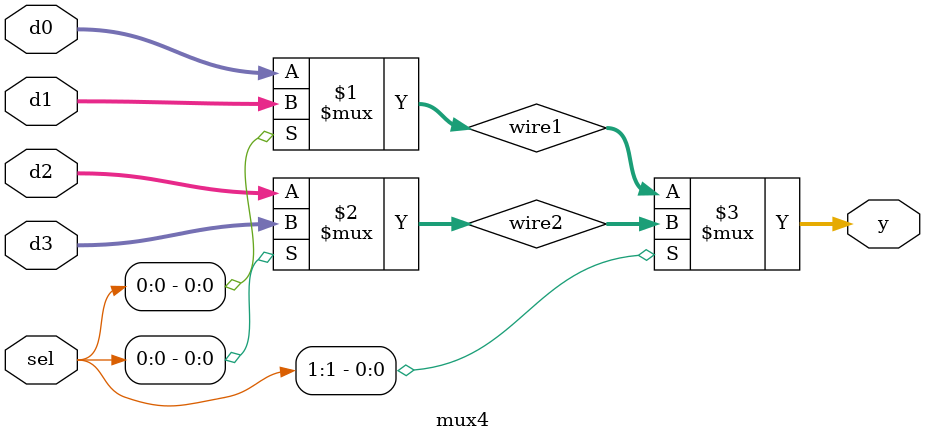
<source format=v>
module mux4
  #(parameter WIDTH = 8)
   (d0,d1,d2,d3,sel,y);

   input [WIDTH-1:0] d0;
   input [WIDTH-1:0] d1;
   input [WIDTH-1:0] d2;
   input [WIDTH-1:0] d3;
   input [1:0]	     sel;
   output [WIDTH-1:0] y;
	wire [WIDTH-1:0] wire1;
	wire [WIDTH-1:0] wire2;
	
	assign wire1 = sel[0] ? d1 : d0;
	assign wire2 = sel[0] ? d3 : d2;
	assign y = sel[1] ? wire2 : wire1;


 

endmodule

</source>
